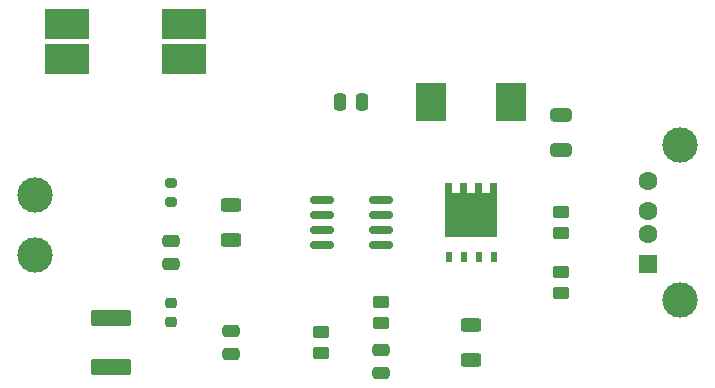
<source format=gbr>
%TF.GenerationSoftware,KiCad,Pcbnew,(6.0.4)*%
%TF.CreationDate,2022-04-27T22:38:45-07:00*%
%TF.ProjectId,SolarChargerV6,536f6c61-7243-4686-9172-67657256362e,rev?*%
%TF.SameCoordinates,Original*%
%TF.FileFunction,Soldermask,Top*%
%TF.FilePolarity,Negative*%
%FSLAX46Y46*%
G04 Gerber Fmt 4.6, Leading zero omitted, Abs format (unit mm)*
G04 Created by KiCad (PCBNEW (6.0.4)) date 2022-04-27 22:38:45*
%MOMM*%
%LPD*%
G01*
G04 APERTURE LIST*
G04 Aperture macros list*
%AMRoundRect*
0 Rectangle with rounded corners*
0 $1 Rounding radius*
0 $2 $3 $4 $5 $6 $7 $8 $9 X,Y pos of 4 corners*
0 Add a 4 corners polygon primitive as box body*
4,1,4,$2,$3,$4,$5,$6,$7,$8,$9,$2,$3,0*
0 Add four circle primitives for the rounded corners*
1,1,$1+$1,$2,$3*
1,1,$1+$1,$4,$5*
1,1,$1+$1,$6,$7*
1,1,$1+$1,$8,$9*
0 Add four rect primitives between the rounded corners*
20,1,$1+$1,$2,$3,$4,$5,0*
20,1,$1+$1,$4,$5,$6,$7,0*
20,1,$1+$1,$6,$7,$8,$9,0*
20,1,$1+$1,$8,$9,$2,$3,0*%
%AMFreePoly0*
4,1,17,2.675000,1.605000,1.875000,1.605000,1.875000,0.935000,2.675000,0.935000,2.675000,0.335000,1.875000,0.335000,1.875000,-0.335000,2.675000,-0.335000,2.675000,-0.935000,1.875000,-0.935000,1.875000,-1.605000,2.675000,-1.605000,2.675000,-2.205000,-1.875000,-2.205000,-1.875000,2.205000,2.675000,2.205000,2.675000,1.605000,2.675000,1.605000,$1*%
G04 Aperture macros list end*
%ADD10RoundRect,0.225000X-0.250000X0.225000X-0.250000X-0.225000X0.250000X-0.225000X0.250000X0.225000X0*%
%ADD11RoundRect,0.250000X-0.475000X0.250000X-0.475000X-0.250000X0.475000X-0.250000X0.475000X0.250000X0*%
%ADD12RoundRect,0.250000X-0.450000X0.262500X-0.450000X-0.262500X0.450000X-0.262500X0.450000X0.262500X0*%
%ADD13C,3.000000*%
%ADD14R,2.500000X3.300000*%
%ADD15RoundRect,0.150000X-0.825000X-0.150000X0.825000X-0.150000X0.825000X0.150000X-0.825000X0.150000X0*%
%ADD16R,3.850000X2.500000*%
%ADD17RoundRect,0.250000X-0.625000X0.312500X-0.625000X-0.312500X0.625000X-0.312500X0.625000X0.312500X0*%
%ADD18RoundRect,0.250000X-0.250000X-0.475000X0.250000X-0.475000X0.250000X0.475000X-0.250000X0.475000X0*%
%ADD19RoundRect,0.200000X-0.275000X0.200000X-0.275000X-0.200000X0.275000X-0.200000X0.275000X0.200000X0*%
%ADD20RoundRect,0.249999X-1.450001X0.450001X-1.450001X-0.450001X1.450001X-0.450001X1.450001X0.450001X0*%
%ADD21FreePoly0,90.000000*%
%ADD22R,0.500000X0.850000*%
%ADD23R,1.500000X1.600000*%
%ADD24C,1.600000*%
%ADD25RoundRect,0.250000X-0.650000X0.325000X-0.650000X-0.325000X0.650000X-0.325000X0.650000X0.325000X0*%
G04 APERTURE END LIST*
D10*
%TO.C,C3*%
X111760000Y-77965000D03*
X111760000Y-79515000D03*
%TD*%
D11*
%TO.C,C5*%
X129540000Y-81957500D03*
X129540000Y-83857500D03*
%TD*%
%TO.C,C4*%
X116840000Y-80330000D03*
X116840000Y-82230000D03*
%TD*%
%TO.C,C2*%
X111760000Y-72710000D03*
X111760000Y-74610000D03*
%TD*%
D12*
%TO.C,R6*%
X144780000Y-70207500D03*
X144780000Y-72032500D03*
%TD*%
%TO.C,R4*%
X129540000Y-77827500D03*
X129540000Y-79652500D03*
%TD*%
%TO.C,R3*%
X124460000Y-80367500D03*
X124460000Y-82192500D03*
%TD*%
D13*
%TO.C,SC1*%
X100200000Y-68760000D03*
X100200000Y-73840000D03*
%TD*%
D14*
%TO.C,D1*%
X140560000Y-60960000D03*
X133760000Y-60960000D03*
%TD*%
D15*
%TO.C,U1*%
X124525000Y-69215000D03*
X124525000Y-70485000D03*
X124525000Y-71755000D03*
X124525000Y-73025000D03*
X129475000Y-73025000D03*
X129475000Y-71755000D03*
X129475000Y-70485000D03*
X129475000Y-69215000D03*
%TD*%
D16*
%TO.C,L1*%
X102925000Y-57300000D03*
X102925000Y-54300000D03*
X112875000Y-54300000D03*
X112875000Y-57300000D03*
%TD*%
D17*
%TO.C,R2*%
X116840000Y-69657500D03*
X116840000Y-72582500D03*
%TD*%
D18*
%TO.C,C6*%
X126050000Y-60960000D03*
X127950000Y-60960000D03*
%TD*%
D19*
%TO.C,R1*%
X111760000Y-67755000D03*
X111760000Y-69405000D03*
%TD*%
D20*
%TO.C,C1*%
X106680000Y-79230000D03*
X106680000Y-83330000D03*
%TD*%
D12*
%TO.C,R7*%
X144780000Y-75287500D03*
X144780000Y-77112500D03*
%TD*%
D21*
%TO.C,Q1*%
X137160000Y-70470000D03*
D22*
X135255000Y-74020000D03*
X136525000Y-74020000D03*
X137795000Y-74020000D03*
X139065000Y-74020000D03*
%TD*%
D23*
%TO.C,J1*%
X152120000Y-74620000D03*
D24*
X152120000Y-72120000D03*
X152120000Y-70120000D03*
X152120000Y-67620000D03*
D13*
X154830000Y-64550000D03*
X154830000Y-77690000D03*
%TD*%
D25*
%TO.C,C7*%
X144780000Y-62025000D03*
X144780000Y-64975000D03*
%TD*%
D17*
%TO.C,R5*%
X137160000Y-79817500D03*
X137160000Y-82742500D03*
%TD*%
M02*

</source>
